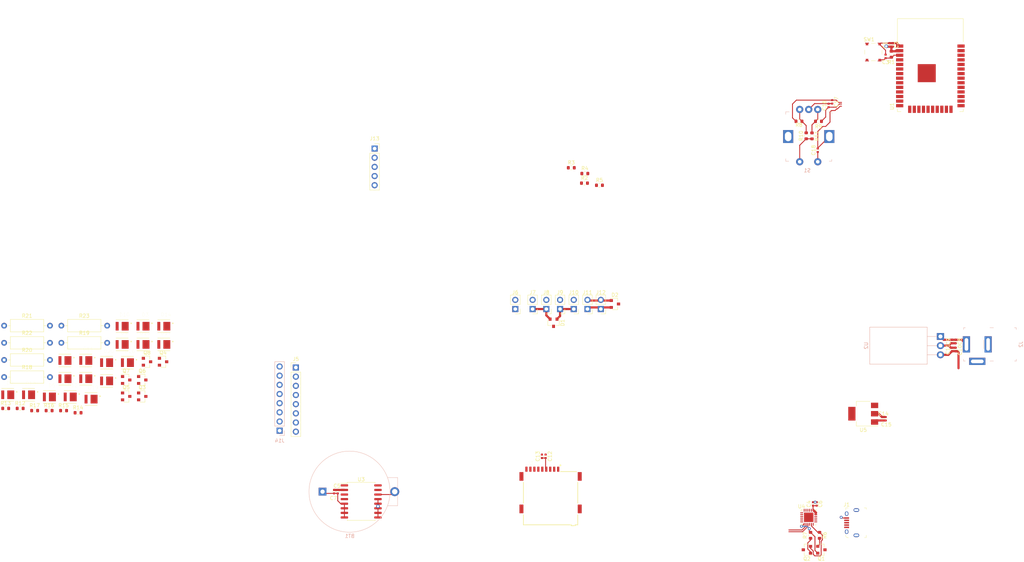
<source format=kicad_pcb>
(kicad_pcb (version 20171130) (host pcbnew "(5.1.8)-1")
  (layers (0 F.Cu signal) (1 In1.Cu power) (2 In2.Cu power) (31 B.Cu signal) (34 B.Paste user) (35 F.Paste user) (36 B.SilkS user) (37 F.SilkS user) (38 B.Mask user) (39 F.Mask user) (44 Edge.Cuts user))
  (net 0 "")
  (net 1 Earth)
  (net 2 +3V3)
  (net 3 /RESET)
  (net 4 LINE)
  (net 5 +12V)
  (net 6 /EncoderB)
  (net 7 /EncoderA)
  (net 8 /Button)
  (net 9 SDA)
  (net 10 SCL)
  (net 11 "Net-(J1-Pad3)")
  (net 12 "Net-(J1-Pad2)")
  (net 13 "Net-(J1-Pad1)")
  (net 14 TXD)
  (net 15 RXD)
  (net 16 /IO0)
  (net 17 /OnOff)
  (net 18 "Net-(Q1-Pad1)")
  (net 19 "Net-(Q1-Pad2)")
  (net 20 "Net-(Q2-Pad2)")
  (net 21 "Net-(Q2-Pad1)")
  (net 22 "Net-(D3-Pad1)")
  (net 23 "Net-(Q3-Pad1)")
  (net 24 "Net-(Q4-Pad1)")
  (net 25 "Net-(D6-Pad1)")
  (net 26 "Net-(D10-Pad1)")
  (net 27 "Net-(Q5-Pad1)")
  (net 28 "Net-(Q6-Pad1)")
  (net 29 "Net-(D12-Pad1)")
  (net 30 "Net-(Q7-Pad1)")
  (net 31 "Net-(D15-Pad1)")
  (net 32 "Net-(D18-Pad1)")
  (net 33 "Net-(Q8-Pad1)")
  (net 34 /RTC-32kHz)
  (net 35 /RTC-INTSQW)
  (net 36 "Net-(R10-Pad2)")
  (net 37 "Net-(R11-Pad2)")
  (net 38 "Net-(D3-Pad2)")
  (net 39 "Net-(D6-Pad2)")
  (net 40 "Net-(D10-Pad2)")
  (net 41 "Net-(D12-Pad2)")
  (net 42 "Net-(D15-Pad2)")
  (net 43 "Net-(D18-Pad2)")
  (net 44 /RTC-RST)
  (net 45 SCK)
  (net 46 MOSI)
  (net 47 MISO)
  (net 48 "Net-(BT1-Pad1)")
  (net 49 /!SD_SS)
  (net 50 /PWM6)
  (net 51 /PWM5)
  (net 52 /PWM4)
  (net 53 /PWM3)
  (net 54 /PWM2)
  (net 55 /PWM1)
  (net 56 /SD_Det)
  (module digikey-footprints:GCT_MEM2075-00-140-01-A (layer F.Cu) (at 123.5 151)
    (fp_text reference J3 (at -5.125 -13.135) (layer F.SilkS) (effects (font (thickness 0.015))))
    (fp_text value Micro_SD_Card_Det)
    (pad 1 smd rect (at 2.58 -11.42) (size 0.62 1.4) (layers F.Cu F.Paste F.Mask))
    (pad 2 smd rect (at 1.48 -11.42) (size 0.62 1.4) (layers F.Cu F.Paste F.Mask) (net 49 /!SD_SS))
    (pad 3 smd rect (at 0.38 -11.42) (size 0.62 1.4) (layers F.Cu F.Paste F.Mask) (net 46 MOSI))
    (pad 4 smd rect (at -0.72 -11.42) (size 0.62 1.4) (layers F.Cu F.Paste F.Mask) (net 2 +3V3))
    (pad 5 smd rect (at -1.82 -11.42) (size 0.62 1.4) (layers F.Cu F.Paste F.Mask) (net 45 SCK))
    (pad 6 smd rect (at -2.92 -11.42) (size 0.62 1.4) (layers F.Cu F.Paste F.Mask) (net 1 Earth))
    (pad 7 smd rect (at -4.02 -11.42) (size 0.62 1.4) (layers F.Cu F.Paste F.Mask) (net 47 MISO))
    (pad 8 smd rect (at -5.12 -11.42) (size 0.62 1.4) (layers F.Cu F.Paste F.Mask))
    (pad 9 smd rect (at -6.22 -11.42) (size 0.62 1.4) (layers F.Cu F.Paste F.Mask) (net 56 /SD_Det))
    (pad None np_thru_hole circle (at -3.4 0) (size 0.95 0.95) (drill 0.95) (layers *.Cu *.Mask))
    (pad None np_thru_hole circle (at 3.4 0) (size 0.95 0.95) (drill 0.95) (layers *.Cu *.Mask))
    (pad 11 smd rect (at -7.6 -0.42) (size 1.1 2.4) (layers F.Cu F.Paste F.Mask))
    (pad 11 smd rect (at -7.6 -9.42) (size 1.1 2.4) (layers F.Cu F.Paste F.Mask))
    (pad 11 smd rect (at 8.55 -9.42) (size 1.1 2.4) (layers F.Cu F.Paste F.Mask))
    (pad 11 smd rect (at 8.55 -0.42) (size 1.1 2.4) (layers F.Cu F.Paste F.Mask))
  )
  (module Resistor_SMD:R_0603_1608Metric (layer F.Cu) (at 196 157.9 270)
    (fp_text reference R7 (at 0 1.5 90) (layer F.SilkS))
    (fp_text value 10k)
    (pad 1 smd roundrect (at -0.825 0 270) (size 0.8 0.95) (layers F.Cu F.Paste F.Mask) (net 19 "Net-(Q1-Pad2)"))
    (pad 2 smd roundrect (at 0.825 0 270) (size 0.8 0.95) (layers F.Cu F.Paste F.Mask) (net 21 "Net-(Q2-Pad1)"))
  )
  (module digikey-footprints:Battery_Holder_Coin_2032_BS-7 (layer B.Cu) (at 60.8 145.8)
    (fp_text reference BT1 (at 7.52856 12.3063 180) (layer B.SilkS) (effects (justify mirror)))
    (fp_text value Battery_Cell)
    (pad 2 thru_hole rect (at 0 0) (size 2.17 2.17) (drill 1.17) (layers *.Cu *.Mask) (net 1 Earth))
    (pad 1 thru_hole circle (at 20 0) (size 2.5 2.5) (drill 1.5) (layers *.Cu *.Mask) (net 48 "Net-(BT1-Pad1)"))
  )
  (module Capacitor_SMD:C_0402_1005Metric (layer F.Cu) (at 217.8 22.014999 90)
    (fp_text reference C1 (at 0 -1.16 90) (layer F.SilkS))
    (fp_text value 1n)
    (pad 2 smd roundrect (at 0.48 0 90) (size 0.56 0.62) (layers F.Cu F.Paste F.Mask) (net 1 Earth))
    (pad 1 smd roundrect (at -0.48 0 90) (size 0.56 0.62) (layers F.Cu F.Paste F.Mask) (net 2 +3V3))
  )
  (module Capacitor_SMD:C_0402_1005Metric (layer F.Cu) (at 218.775001 22.014999 90)
    (fp_text reference C2 (at 0 1.024999 90) (layer F.SilkS))
    (fp_text value 100n)
    (pad 2 smd roundrect (at 0.48 0 90) (size 0.56 0.62) (layers F.Cu F.Paste F.Mask) (net 1 Earth))
    (pad 1 smd roundrect (at -0.48 0 90) (size 0.56 0.62) (layers F.Cu F.Paste F.Mask) (net 2 +3V3))
  )
  (module Capacitor_SMD:C_0402_1005Metric (layer F.Cu) (at 216.8 25.2 90)
    (fp_text reference C3 (at -1.6 0 180) (layer F.SilkS))
    (fp_text value 100n)
    (pad 2 smd roundrect (at 0.48 0 90) (size 0.56 0.62) (layers F.Cu F.Paste F.Mask) (net 1 Earth))
    (pad 1 smd roundrect (at -0.48 0 90) (size 0.56 0.62) (layers F.Cu F.Paste F.Mask) (net 3 /RESET))
  )
  (module Capacitor_SMD:C_0402_1005Metric (layer F.Cu) (at 196.7 149.2 90)
    (fp_text reference C4 (at 0 -1.16 90) (layer F.SilkS))
    (fp_text value 1n)
    (pad 2 smd roundrect (at 0.48 0 90) (size 0.56 0.62) (layers F.Cu F.Paste F.Mask) (net 1 Earth))
    (pad 1 smd roundrect (at -0.48 0 90) (size 0.56 0.62) (layers F.Cu F.Paste F.Mask) (net 2 +3V3))
  )
  (module Capacitor_SMD:C_0402_1005Metric (layer F.Cu) (at 65 145.8 270)
    (fp_text reference C5 (at -1.6 0.2 180) (layer F.SilkS))
    (fp_text value 1n)
    (pad 1 smd roundrect (at -0.48 0 270) (size 0.56 0.62) (layers F.Cu F.Paste F.Mask) (net 2 +3V3))
    (pad 2 smd roundrect (at 0.48 0 270) (size 0.56 0.62) (layers F.Cu F.Paste F.Mask) (net 1 Earth))
  )
  (module Capacitor_SMD:C_0402_1005Metric (layer F.Cu) (at 197.7 149.2 90)
    (fp_text reference C6 (at 0 1 90) (layer F.SilkS))
    (fp_text value 100n)
    (pad 1 smd roundrect (at -0.48 0 90) (size 0.56 0.62) (layers F.Cu F.Paste F.Mask) (net 2 +3V3))
    (pad 2 smd roundrect (at 0.48 0 90) (size 0.56 0.62) (layers F.Cu F.Paste F.Mask) (net 1 Earth))
  )
  (module Capacitor_SMD:C_0402_1005Metric (layer F.Cu) (at 64 145.8 270)
    (fp_text reference C7 (at 1.8 0.2 180) (layer F.SilkS))
    (fp_text value 100n)
    (pad 2 smd roundrect (at 0.48 0 270) (size 0.56 0.62) (layers F.Cu F.Paste F.Mask) (net 1 Earth))
    (pad 1 smd roundrect (at -0.48 0 270) (size 0.56 0.62) (layers F.Cu F.Paste F.Mask) (net 2 +3V3))
  )
  (module Capacitor_SMD:C_0402_1005Metric (layer F.Cu) (at 236.2 104.2 270)
    (fp_text reference C8 (at 0 -1.16 90) (layer F.SilkS))
    (fp_text value 4u7)
    (pad 2 smd roundrect (at 0.48 0 270) (size 0.56 0.62) (layers F.Cu F.Paste F.Mask) (net 1 Earth))
    (pad 1 smd roundrect (at -0.48 0 270) (size 0.56 0.62) (layers F.Cu F.Paste F.Mask) (net 4 LINE))
  )
  (module Capacitor_SMD:C_0402_1005Metric (layer F.Cu) (at 235.2 104.2 270)
    (fp_text reference C9 (at 0 1 90) (layer F.SilkS))
    (fp_text value 100n)
    (pad 2 smd roundrect (at 0.48 0 270) (size 0.56 0.62) (layers F.Cu F.Paste F.Mask) (net 1 Earth))
    (pad 1 smd roundrect (at -0.48 0 270) (size 0.56 0.62) (layers F.Cu F.Paste F.Mask) (net 4 LINE))
  )
  (module Capacitor_SMD:C_0402_1005Metric (layer F.Cu) (at 236.2 106.4 90)
    (fp_text reference C10 (at -0.2 1.2 90) (layer F.SilkS))
    (fp_text value 4u7)
    (pad 2 smd roundrect (at 0.48 0 90) (size 0.56 0.62) (layers F.Cu F.Paste F.Mask) (net 1 Earth))
    (pad 1 smd roundrect (at -0.48 0 90) (size 0.56 0.62) (layers F.Cu F.Paste F.Mask) (net 5 +12V))
  )
  (module Capacitor_SMD:C_0402_1005Metric (layer F.Cu) (at 235.2 106.4 90)
    (fp_text reference C11 (at 0 -1.16 90) (layer F.SilkS))
    (fp_text value 100n)
    (pad 1 smd roundrect (at -0.48 0 90) (size 0.56 0.62) (layers F.Cu F.Paste F.Mask) (net 5 +12V))
    (pad 2 smd roundrect (at 0.48 0 90) (size 0.56 0.62) (layers F.Cu F.Paste F.Mask) (net 1 Earth))
  )
  (module Capacitor_SMD:C_0402_1005Metric (layer F.Cu) (at 122.6 136 90)
    (fp_text reference C12 (at 0 1.2 90) (layer F.SilkS))
    (fp_text value 1n)
    (pad 1 smd roundrect (at -0.48 0 90) (size 0.56 0.62) (layers F.Cu F.Paste F.Mask) (net 2 +3V3))
    (pad 2 smd roundrect (at 0.48 0 90) (size 0.56 0.62) (layers F.Cu F.Paste F.Mask) (net 1 Earth))
  )
  (module Capacitor_SMD:C_0402_1005Metric (layer F.Cu) (at 121.585001 136 90)
    (fp_text reference C13 (at 0 -1.16 90) (layer F.SilkS))
    (fp_text value 100n)
    (pad 2 smd roundrect (at 0.48 0 90) (size 0.56 0.62) (layers F.Cu F.Paste F.Mask) (net 1 Earth))
    (pad 1 smd roundrect (at -0.48 0 90) (size 0.56 0.62) (layers F.Cu F.Paste F.Mask) (net 2 +3V3))
  )
  (module Capacitor_SMD:C_0402_1005Metric (layer F.Cu) (at 215.8 125.6 270)
    (fp_text reference C14 (at -1.4 -0.4 180) (layer F.SilkS))
    (fp_text value 4u7)
    (pad 1 smd roundrect (at -0.48 0 270) (size 0.56 0.62) (layers F.Cu F.Paste F.Mask) (net 2 +3V3))
    (pad 2 smd roundrect (at 0.48 0 270) (size 0.56 0.62) (layers F.Cu F.Paste F.Mask) (net 1 Earth))
  )
  (module Capacitor_SMD:C_0402_1005Metric (layer F.Cu) (at 216.8 125.6 270)
    (fp_text reference C15 (at 1.6 -0.2 180) (layer F.SilkS))
    (fp_text value 100n)
    (pad 2 smd roundrect (at 0.48 0 270) (size 0.56 0.62) (layers F.Cu F.Paste F.Mask) (net 1 Earth))
    (pad 1 smd roundrect (at -0.48 0 270) (size 0.56 0.62) (layers F.Cu F.Paste F.Mask) (net 2 +3V3))
  )
  (module Capacitor_SMD:C_0402_1005Metric (layer F.Cu) (at 201 38.8 90)
    (fp_text reference C16 (at 0 -1.16 90) (layer F.SilkS))
    (fp_text value 10n)
    (pad 2 smd roundrect (at 0.48 0 90) (size 0.56 0.62) (layers F.Cu F.Paste F.Mask) (net 1 Earth))
    (pad 1 smd roundrect (at -0.48 0 90) (size 0.56 0.62) (layers F.Cu F.Paste F.Mask) (net 6 /EncoderB))
  )
  (module Capacitor_SMD:C_0402_1005Metric (layer F.Cu) (at 202 37.8 270)
    (fp_text reference C17 (at 0 -1.16 90) (layer F.SilkS))
    (fp_text value 10n)
    (pad 1 smd roundrect (at -0.48 0 270) (size 0.56 0.62) (layers F.Cu F.Paste F.Mask) (net 7 /EncoderA))
    (pad 2 smd roundrect (at 0.48 0 270) (size 0.56 0.62) (layers F.Cu F.Paste F.Mask) (net 1 Earth))
  )
  (module Capacitor_SMD:C_0402_1005Metric (layer F.Cu) (at 198 51.2 90)
    (fp_text reference C18 (at 0 -1.16 90) (layer F.SilkS))
    (fp_text value 10n)
    (pad 2 smd roundrect (at 0.48 0 90) (size 0.56 0.62) (layers F.Cu F.Paste F.Mask) (net 1 Earth))
    (pad 1 smd roundrect (at -0.48 0 90) (size 0.56 0.62) (layers F.Cu F.Paste F.Mask) (net 8 /Button))
  )
  (module Package_TO_SOT_SMD:SOT-23 (layer F.Cu) (at 124.8 99 270)
    (fp_text reference D1 (at 0 -2.5 90) (layer F.SilkS))
    (fp_text value PSM712-LF-T7)
    (pad 3 smd rect (at 1 0 270) (size 0.9 0.8) (layers F.Cu F.Paste F.Mask) (net 1 Earth))
    (pad 2 smd rect (at -1 0.95 270) (size 0.9 0.8) (layers F.Cu F.Paste F.Mask) (net 2 +3V3))
    (pad 1 smd rect (at -1 -0.95 270) (size 0.9 0.8) (layers F.Cu F.Paste F.Mask) (net 5 +12V))
  )
  (module Package_TO_SOT_SMD:SOT-23 (layer F.Cu) (at 141.8 93.8)
    (fp_text reference D2 (at 0 -2.5) (layer F.SilkS))
    (fp_text value PSM712-LF-T7)
    (pad 1 smd rect (at -1 -0.95) (size 0.9 0.8) (layers F.Cu F.Paste F.Mask) (net 9 SDA))
    (pad 2 smd rect (at -1 0.95) (size 0.9 0.8) (layers F.Cu F.Paste F.Mask) (net 10 SCL))
    (pad 3 smd rect (at 1 0) (size 0.9 0.8) (layers F.Cu F.Paste F.Mask) (net 1 Earth))
  )
  (module digikey-footprints:LED_L135-A589003500000 (layer F.Cu) (at 11.045001 99.955001)
    (fp_text reference D3 (at 0.635 -3.175) (layer F.SilkS) (effects (font (thickness 0.015))))
    (fp_text value LED)
    (pad 1 smd rect (at 0.835 0) (size 1.93 2.4) (layers F.Cu F.Paste) (net 22 "Net-(D3-Pad1)"))
    (pad 2 smd rect (at -1.39 0) (size 0.82 2.4) (layers F.Cu F.Paste) (net 38 "Net-(D3-Pad2)"))
  )
  (module digikey-footprints:LED_L135-A589003500000 (layer F.Cu) (at 5.275001 105.005001)
    (fp_text reference D4 (at 0.635 -3.175) (layer F.SilkS) (effects (font (thickness 0.015))))
    (fp_text value LED)
    (pad 2 smd rect (at -1.39 0) (size 0.82 2.4) (layers F.Cu F.Paste) (net 38 "Net-(D3-Pad2)"))
    (pad 1 smd rect (at 0.835 0) (size 1.93 2.4) (layers F.Cu F.Paste) (net 22 "Net-(D3-Pad1)"))
  )
  (module digikey-footprints:LED_L135-A589003500000 (layer F.Cu) (at -14.884999 119.555001)
    (fp_text reference D5 (at 0.635 -3.175) (layer F.SilkS) (effects (font (thickness 0.015))))
    (fp_text value LED)
    (pad 1 smd rect (at 0.835 0) (size 1.93 2.4) (layers F.Cu F.Paste) (net 22 "Net-(D3-Pad1)"))
    (pad 2 smd rect (at -1.39 0) (size 0.82 2.4) (layers F.Cu F.Paste) (net 38 "Net-(D3-Pad2)"))
  )
  (module digikey-footprints:LED_L135-A589003500000 (layer F.Cu) (at -4.804999 114.505001)
    (fp_text reference D6 (at 0.635 -3.175) (layer F.SilkS) (effects (font (thickness 0.015))))
    (fp_text value LED)
    (pad 2 smd rect (at -1.39 0) (size 0.82 2.4) (layers F.Cu F.Paste) (net 39 "Net-(D6-Pad2)"))
    (pad 1 smd rect (at 0.835 0) (size 1.93 2.4) (layers F.Cu F.Paste) (net 25 "Net-(D6-Pad1)"))
  )
  (module digikey-footprints:LED_L135-A589003500000 (layer F.Cu) (at -10.574999 114.505001)
    (fp_text reference D7 (at 0.635 -3.175) (layer F.SilkS) (effects (font (thickness 0.015))))
    (fp_text value LED)
    (pad 1 smd rect (at 0.835 0) (size 1.93 2.4) (layers F.Cu F.Paste) (net 25 "Net-(D6-Pad1)"))
    (pad 2 smd rect (at -1.39 0) (size 0.82 2.4) (layers F.Cu F.Paste) (net 39 "Net-(D6-Pad2)"))
  )
  (module digikey-footprints:LED_L135-A589003500000 (layer F.Cu) (at -10.574999 109.455001)
    (fp_text reference D8 (at 0.635 -3.175) (layer F.SilkS) (effects (font (thickness 0.015))))
    (fp_text value LED)
    (pad 2 smd rect (at -1.39 0) (size 0.82 2.4) (layers F.Cu F.Paste) (net 39 "Net-(D6-Pad2)"))
    (pad 1 smd rect (at 0.835 0) (size 1.93 2.4) (layers F.Cu F.Paste) (net 25 "Net-(D6-Pad1)"))
  )
  (module digikey-footprints:LED_L135-A589003500000 (layer F.Cu) (at -26.424999 118.955001)
    (fp_text reference D9 (at 0.635 -3.175) (layer F.SilkS) (effects (font (thickness 0.015))))
    (fp_text value LED)
    (pad 1 smd rect (at 0.835 0) (size 1.93 2.4) (layers F.Cu F.Paste) (net 26 "Net-(D10-Pad1)"))
    (pad 2 smd rect (at -1.39 0) (size 0.82 2.4) (layers F.Cu F.Paste) (net 40 "Net-(D10-Pad2)"))
  )
  (module digikey-footprints:LED_L135-A589003500000 (layer F.Cu) (at 5.275001 99.955001)
    (fp_text reference D10 (at 0.635 -3.175) (layer F.SilkS) (effects (font (thickness 0.015))))
    (fp_text value LED)
    (pad 2 smd rect (at -1.39 0) (size 0.82 2.4) (layers F.Cu F.Paste) (net 40 "Net-(D10-Pad2)"))
    (pad 1 smd rect (at 0.835 0) (size 1.93 2.4) (layers F.Cu F.Paste) (net 26 "Net-(D10-Pad1)"))
  )
  (module digikey-footprints:LED_L135-A589003500000 (layer F.Cu) (at -4.804999 109.455001)
    (fp_text reference D11 (at 0.635 -3.175) (layer F.SilkS) (effects (font (thickness 0.015))))
    (fp_text value LED)
    (pad 1 smd rect (at 0.835 0) (size 1.93 2.4) (layers F.Cu F.Paste) (net 26 "Net-(D10-Pad1)"))
    (pad 2 smd rect (at -1.39 0) (size 0.82 2.4) (layers F.Cu F.Paste) (net 40 "Net-(D10-Pad2)"))
  )
  (module digikey-footprints:LED_L135-A589003500000 (layer F.Cu) (at -9.114999 119.555001)
    (fp_text reference D12 (at 0.635 -3.175) (layer F.SilkS) (effects (font (thickness 0.015))))
    (fp_text value LED)
    (pad 2 smd rect (at -1.39 0) (size 0.82 2.4) (layers F.Cu F.Paste) (net 41 "Net-(D12-Pad2)"))
    (pad 1 smd rect (at 0.835 0) (size 1.93 2.4) (layers F.Cu F.Paste) (net 29 "Net-(D12-Pad1)"))
  )
  (module digikey-footprints:LED_L135-A589003500000 (layer F.Cu) (at 11.045001 105.005001)
    (fp_text reference D13 (at 0.635 -3.175) (layer F.SilkS) (effects (font (thickness 0.015))))
    (fp_text value LED)
    (pad 1 smd rect (at 0.835 0) (size 1.93 2.4) (layers F.Cu F.Paste) (net 29 "Net-(D12-Pad1)"))
    (pad 2 smd rect (at -1.39 0) (size 0.82 2.4) (layers F.Cu F.Paste) (net 41 "Net-(D12-Pad2)"))
  )
  (module digikey-footprints:LED_L135-A589003500000 (layer F.Cu) (at 16.815001 99.955001)
    (fp_text reference D14 (at 0.635 -3.175) (layer F.SilkS) (effects (font (thickness 0.015))))
    (fp_text value LED)
    (pad 2 smd rect (at -1.39 0) (size 0.82 2.4) (layers F.Cu F.Paste) (net 41 "Net-(D12-Pad2)"))
    (pad 1 smd rect (at 0.835 0) (size 1.93 2.4) (layers F.Cu F.Paste) (net 29 "Net-(D12-Pad1)"))
  )
  (module digikey-footprints:LED_L135-A589003500000 (layer F.Cu) (at 0.965001 115.105001)
    (fp_text reference D15 (at 0.635 -3.175) (layer F.SilkS) (effects (font (thickness 0.015))))
    (fp_text value LED)
    (pad 2 smd rect (at -1.39 0) (size 0.82 2.4) (layers F.Cu F.Paste) (net 42 "Net-(D15-Pad2)"))
    (pad 1 smd rect (at 0.835 0) (size 1.93 2.4) (layers F.Cu F.Paste) (net 31 "Net-(D15-Pad1)"))
  )
  (module digikey-footprints:LED_L135-A589003500000 (layer F.Cu) (at 6.735001 110.055001)
    (fp_text reference D16 (at 0.635 -3.175) (layer F.SilkS) (effects (font (thickness 0.015))))
    (fp_text value LED)
    (pad 1 smd rect (at 0.835 0) (size 1.93 2.4) (layers F.Cu F.Paste) (net 31 "Net-(D15-Pad1)"))
    (pad 2 smd rect (at -1.39 0) (size 0.82 2.4) (layers F.Cu F.Paste) (net 42 "Net-(D15-Pad2)"))
  )
  (module digikey-footprints:LED_L135-A589003500000 (layer F.Cu) (at 16.815001 105.005001)
    (fp_text reference D17 (at 0.635 -3.175) (layer F.SilkS) (effects (font (thickness 0.015))))
    (fp_text value LED)
    (pad 2 smd rect (at -1.39 0) (size 0.82 2.4) (layers F.Cu F.Paste) (net 42 "Net-(D15-Pad2)"))
    (pad 1 smd rect (at 0.835 0) (size 1.93 2.4) (layers F.Cu F.Paste) (net 31 "Net-(D15-Pad1)"))
  )
  (module digikey-footprints:LED_L135-A589003500000 (layer F.Cu) (at -20.654999 118.955001)
    (fp_text reference D18 (at 0.635 -3.175) (layer F.SilkS) (effects (font (thickness 0.015))))
    (fp_text value LED)
    (pad 1 smd rect (at 0.835 0) (size 1.93 2.4) (layers F.Cu F.Paste) (net 32 "Net-(D18-Pad1)"))
    (pad 2 smd rect (at -1.39 0) (size 0.82 2.4) (layers F.Cu F.Paste) (net 43 "Net-(D18-Pad2)"))
  )
  (module digikey-footprints:LED_L135-A589003500000 (layer F.Cu) (at -3.344999 120.155001)
    (fp_text reference D19 (at 0.635 -3.175) (layer F.SilkS) (effects (font (thickness 0.015))))
    (fp_text value LED)
    (pad 2 smd rect (at -1.39 0) (size 0.82 2.4) (layers F.Cu F.Paste) (net 43 "Net-(D18-Pad2)"))
    (pad 1 smd rect (at 0.835 0) (size 1.93 2.4) (layers F.Cu F.Paste) (net 32 "Net-(D18-Pad1)"))
  )
  (module digikey-footprints:LED_L135-A589003500000 (layer F.Cu) (at 0.965001 110.055001)
    (fp_text reference D20 (at 0.635 -3.175) (layer F.SilkS) (effects (font (thickness 0.015))))
    (fp_text value LED)
    (pad 1 smd rect (at 0.835 0) (size 1.93 2.4) (layers F.Cu F.Paste) (net 32 "Net-(D18-Pad1)"))
    (pad 2 smd rect (at -1.39 0) (size 0.82 2.4) (layers F.Cu F.Paste) (net 43 "Net-(D18-Pad2)"))
  )
  (module digikey-footprints:USB_Micro_B_Female_10118194-0001LF (layer F.Cu) (at 206 154.4 90)
    (fp_text reference J1 (at 5 0 180) (layer F.SilkS))
    (fp_text value USB_B_Micro)
    (pad 3 smd rect (at 0 0 90) (size 0.4 1.35) (layers F.Cu F.Paste F.Mask) (net 11 "Net-(J1-Pad3)"))
    (pad 4 smd rect (at 0.65 0 90) (size 0.4 1.35) (layers F.Cu F.Paste F.Mask))
    (pad 5 smd rect (at 1.3 0 90) (size 0.4 1.35) (layers F.Cu F.Paste F.Mask) (net 1 Earth))
    (pad 2 smd rect (at -0.65 0 90) (size 0.4 1.35) (layers F.Cu F.Paste F.Mask) (net 12 "Net-(J1-Pad2)"))
    (pad 1 smd rect (at -1.3 0 90) (size 0.4 1.35) (layers F.Cu F.Paste F.Mask) (net 13 "Net-(J1-Pad1)"))
    (pad SH thru_hole oval (at 2.5 0 90) (size 1.25 0.95) (drill oval 0.85 0.55) (layers *.Cu *.Mask))
    (pad SH thru_hole oval (at -2.5 0 90) (size 1.25 0.95) (drill oval 0.85 0.55) (layers *.Cu *.Mask))
    (pad SH thru_hole oval (at -3.5 2.7 90) (size 1 1.55) (drill oval 0.5 1.15) (layers *.Cu *.Mask))
    (pad SH thru_hole oval (at 3.5 2.7 90) (size 1 1.55) (drill oval 0.5 1.15) (layers *.Cu *.Mask))
  )
  (module digikey-footprints:Barrel_Jack_5.5mmODx2.1mmID_PJ-202A (layer B.Cu) (at 242.2 105 90)
    (fp_text reference J2 (at 0 12.1 -90) (layer B.SilkS) (effects (justify mirror)))
    (fp_text value PJ-202-AH)
    (pad 3 thru_hole rect (at -4.7 0 90) (size 2 4.5) (drill oval 1 3.5) (layers *.Cu *.Mask))
    (pad 1 thru_hole rect (at 0 -3 90) (size 4.5 2) (drill oval 3.5 1) (layers *.Cu *.Mask) (net 4 LINE))
    (pad 2 thru_hole rect (at 0 3 90) (size 4.5 2) (drill oval 3.5 1) (layers *.Cu *.Mask) (net 1 Earth))
  )
  (module Connector_PinHeader_2.54mm:PinHeader_1x08_P2.54mm_Vertical (layer F.Cu) (at 53.4 111.4)
    (fp_text reference J5 (at 0 -2.33) (layer F.SilkS))
    (fp_text value Conn_01x08_Male)
    (pad 1 thru_hole rect (at 0 0) (size 1.7 1.7) (drill 1) (layers *.Cu *.Mask) (net 5 +12V))
    (pad 2 thru_hole oval (at 0 2.54) (size 1.7 1.7) (drill 1) (layers *.Cu *.Mask) (net 50 /PWM6))
    (pad 3 thru_hole oval (at 0 5.08) (size 1.7 1.7) (drill 1) (layers *.Cu *.Mask) (net 51 /PWM5))
    (pad 4 thru_hole oval (at 0 7.62) (size 1.7 1.7) (drill 1) (layers *.Cu *.Mask) (net 52 /PWM4))
    (pad 5 thru_hole oval (at 0 10.16) (size 1.7 1.7) (drill 1) (layers *.Cu *.Mask) (net 53 /PWM3))
    (pad 6 thru_hole oval (at 0 12.7) (size 1.7 1.7) (drill 1) (layers *.Cu *.Mask) (net 54 /PWM2))
    (pad 7 thru_hole oval (at 0 15.24) (size 1.7 1.7) (drill 1) (layers *.Cu *.Mask) (net 55 /PWM1))
    (pad 8 thru_hole oval (at 0 17.78) (size 1.7 1.7) (drill 1) (layers *.Cu *.Mask) (net 1 Earth))
  )
  (module Connector_PinHeader_2.54mm:PinHeader_1x02_P2.54mm_Vertical (layer F.Cu) (at 114.2 95.2 180)
    (fp_text reference J6 (at 0 4.6) (layer F.SilkS))
    (fp_text value Conn_01x02)
    (pad 1 thru_hole rect (at 0 0 180) (size 1.7 1.7) (drill 1) (layers *.Cu *.Mask) (net 17 /OnOff))
    (pad 2 thru_hole oval (at 0 2.54 180) (size 1.7 1.7) (drill 1) (layers *.Cu *.Mask) (net 1 Earth))
  )
  (module Connector_PinHeader_2.54mm:PinHeader_1x02_P2.54mm_Vertical (layer F.Cu) (at 119 95.2 180)
    (fp_text reference J7 (at 0 4.6) (layer F.SilkS))
    (fp_text value Conn_01x02)
    (pad 1 thru_hole rect (at 0 0 180) (size 1.7 1.7) (drill 1) (layers *.Cu *.Mask) (net 2 +3V3))
    (pad 2 thru_hole oval (at 0 2.54 180) (size 1.7 1.7) (drill 1) (layers *.Cu *.Mask) (net 1 Earth))
  )
  (module Connector_PinHeader_2.54mm:PinHeader_1x02_P2.54mm_Vertical (layer F.Cu) (at 122.8 95.2 180)
    (fp_text reference J8 (at 0 4.6) (layer F.SilkS))
    (fp_text value Conn_01x02)
    (pad 2 thru_hole oval (at 0 2.54 180) (size 1.7 1.7) (drill 1) (layers *.Cu *.Mask) (net 1 Earth))
    (pad 1 thru_hole rect (at 0 0 180) (size 1.7 1.7) (drill 1) (layers *.Cu *.Mask) (net 2 +3V3))
  )
  (module Connector_PinHeader_2.54mm:PinHeader_1x02_P2.54mm_Vertical (layer F.Cu) (at 126.6 95.2 180)
    (fp_text reference J9 (at 0 4.6) (layer F.SilkS))
    (fp_text value Conn_01x02)
    (pad 1 thru_hole rect (at 0 0 180) (size 1.7 1.7) (drill 1) (layers *.Cu *.Mask) (net 5 +12V))
    (pad 2 thru_hole oval (at 0 2.54 180) (size 1.7 1.7) (drill 1) (layers *.Cu *.Mask) (net 1 Earth))
  )
  (module Connector_PinHeader_2.54mm:PinHeader_1x02_P2.54mm_Vertical (layer F.Cu) (at 130.4 95.2 180)
    (fp_text reference J10 (at 0 4.6) (layer F.SilkS))
    (fp_text value Conn_01x02)
    (pad 1 thru_hole rect (at 0 0 180) (size 1.7 1.7) (drill 1) (layers *.Cu *.Mask) (net 5 +12V))
    (pad 2 thru_hole oval (at 0 2.54 180) (size 1.7 1.7) (drill 1) (layers *.Cu *.Mask) (net 1 Earth))
  )
  (module Connector_PinHeader_2.54mm:PinHeader_1x02_P2.54mm_Vertical (layer F.Cu) (at 134.2 95.2 180)
    (fp_text reference J11 (at 0 4.6) (layer F.SilkS))
    (fp_text value Conn_01x02)
    (pad 2 thru_hole oval (at 0 2.54 180) (size 1.7 1.7) (drill 1) (layers *.Cu *.Mask) (net 9 SDA))
    (pad 1 thru_hole rect (at 0 0 180) (size 1.7 1.7) (drill 1) (layers *.Cu *.Mask) (net 10 SCL))
  )
  (module Connector_PinHeader_2.54mm:PinHeader_1x02_P2.54mm_Vertical (layer F.Cu) (at 137.9 95.2 180)
    (fp_text reference J12 (at 0 4.6) (layer F.SilkS))
    (fp_text value Conn_01x02)
    (pad 2 thru_hole oval (at 0 2.54 180) (size 1.7 1.7) (drill 1) (layers *.Cu *.Mask) (net 9 SDA))
    (pad 1 thru_hole rect (at 0 0 180) (size 1.7 1.7) (drill 1) (layers *.Cu *.Mask) (net 10 SCL))
  )
  (module Connector_PinSocket_2.54mm:PinSocket_1x05_P2.54mm_Vertical (layer F.Cu) (at 75.225001 50.735001)
    (fp_text reference J13 (at 0 -2.77) (layer F.SilkS))
    (fp_text value Screen)
    (pad 5 thru_hole oval (at 0 10.16) (size 1.7 1.7) (drill 1) (layers *.Cu *.Mask) (net 10 SCL))
    (pad 4 thru_hole oval (at 0 7.62) (size 1.7 1.7) (drill 1) (layers *.Cu *.Mask) (net 9 SDA))
    (pad 3 thru_hole oval (at 0 5.08) (size 1.7 1.7) (drill 1) (layers *.Cu *.Mask) (net 1 Earth))
    (pad 2 thru_hole oval (at 0 2.54) (size 1.7 1.7) (drill 1) (layers *.Cu *.Mask) (net 2 +3V3))
    (pad 1 thru_hole rect (at 0 0) (size 1.7 1.7) (drill 1) (layers *.Cu *.Mask) (net 2 +3V3))
  )
  (module Connector_PinSocket_2.54mm:PinSocket_1x08_P2.54mm_Vertical (layer B.Cu) (at 48.9 128.9)
    (fp_text reference J14 (at 0 2.77) (layer B.SilkS) (effects (justify mirror)))
    (fp_text value Conn_01x08_Male)
    (pad 1 thru_hole rect (at 0 0) (size 1.7 1.7) (drill 1) (layers *.Cu *.Mask) (net 1 Earth))
    (pad 2 thru_hole oval (at 0 -2.54) (size 1.7 1.7) (drill 1) (layers *.Cu *.Mask) (net 55 /PWM1))
    (pad 3 thru_hole oval (at 0 -5.08) (size 1.7 1.7) (drill 1) (layers *.Cu *.Mask) (net 54 /PWM2))
    (pad 4 thru_hole oval (at 0 -7.62) (size 1.7 1.7) (drill 1) (layers *.Cu *.Mask) (net 53 /PWM3))
    (pad 5 thru_hole oval (at 0 -10.16) (size 1.7 1.7) (drill 1) (layers *.Cu *.Mask) (net 52 /PWM4))
    (pad 6 thru_hole oval (at 0 -12.7) (size 1.7 1.7) (drill 1) (layers *.Cu *.Mask) (net 51 /PWM5))
    (pad 7 thru_hole oval (at 0 -15.24) (size 1.7 1.7) (drill 1) (layers *.Cu *.Mask) (net 50 /PWM6))
    (pad 8 thru_hole oval (at 0 -17.78) (size 1.7 1.7) (drill 1) (layers *.Cu *.Mask) (net 5 +12V))
  )
  (module Package_TO_SOT_SMD:SOT-23 (layer F.Cu) (at 199 161.9)
    (fp_text reference Q1 (at 0 2.5) (layer F.SilkS))
    (fp_text value MMBT3904)
    (pad 1 smd rect (at -1 -0.95) (size 0.9 0.8) (layers F.Cu F.Paste F.Mask) (net 18 "Net-(Q1-Pad1)"))
    (pad 2 smd rect (at -1 0.95) (size 0.9 0.8) (layers F.Cu F.Paste F.Mask) (net 19 "Net-(Q1-Pad2)"))
    (pad 3 smd rect (at 1 0) (size 0.9 0.8) (layers F.Cu F.Paste F.Mask) (net 3 /RESET))
  )
  (module Package_TO_SOT_SMD:SOT-23 (layer F.Cu) (at 195 161.9 180)
    (fp_text reference Q2 (at 0 -2.5) (layer F.SilkS))
    (fp_text value MMBT3904)
    (pad 3 smd rect (at 1 0 180) (size 0.9 0.8) (layers F.Cu F.Paste F.Mask) (net 16 /IO0))
    (pad 2 smd rect (at -1 0.95 180) (size 0.9 0.8) (layers F.Cu F.Paste F.Mask) (net 20 "Net-(Q2-Pad2)"))
    (pad 1 smd rect (at -1 -0.95 180) (size 0.9 0.8) (layers F.Cu F.Paste F.Mask) (net 21 "Net-(Q2-Pad1)"))
  )
  (module Package_TO_SOT_SMD:SOT-23 (layer F.Cu) (at 10.835001 119.405001)
    (fp_text reference Q3 (at 0 -2.5) (layer F.SilkS))
    (fp_text value Q_PNP_BCE)
    (pad 3 smd rect (at 1 0) (size 0.9 0.8) (layers F.Cu F.Paste F.Mask) (net 22 "Net-(D3-Pad1)"))
    (pad 2 smd rect (at -1 0.95) (size 0.9 0.8) (layers F.Cu F.Paste F.Mask) (net 1 Earth))
    (pad 1 smd rect (at -1 -0.95) (size 0.9 0.8) (layers F.Cu F.Paste F.Mask) (net 23 "Net-(Q3-Pad1)"))
  )
  (module Package_TO_SOT_SMD:SOT-23 (layer F.Cu) (at 16.605001 109.805001)
    (fp_text reference Q4 (at 0 -2.5) (layer F.SilkS))
    (fp_text value Q_PNP_BCE)
    (pad 3 smd rect (at 1 0) (size 0.9 0.8) (layers F.Cu F.Paste F.Mask) (net 25 "Net-(D6-Pad1)"))
    (pad 2 smd rect (at -1 0.95) (size 0.9 0.8) (layers F.Cu F.Paste F.Mask) (net 1 Earth))
    (pad 1 smd rect (at -1 -0.95) (size 0.9 0.8) (layers F.Cu F.Paste F.Mask) (net 24 "Net-(Q4-Pad1)"))
  )
  (module Package_TO_SOT_SMD:SOT-23 (layer F.Cu) (at 6.385001 119.405001)
    (fp_text reference Q5 (at 0 -2.5) (layer F.SilkS))
    (fp_text value Q_PNP_BCE)
    (pad 3 smd rect (at 1 0) (size 0.9 0.8) (layers F.Cu F.Paste F.Mask) (net 26 "Net-(D10-Pad1)"))
    (pad 2 smd rect (at -1 0.95) (size 0.9 0.8) (layers F.Cu F.Paste F.Mask) (net 1 Earth))
    (pad 1 smd rect (at -1 -0.95) (size 0.9 0.8) (layers F.Cu F.Paste F.Mask) (net 27 "Net-(Q5-Pad1)"))
  )
  (module Package_TO_SOT_SMD:SOT-23 (layer F.Cu) (at 10.835001 114.855001)
    (fp_text reference Q6 (at 0 -2.5) (layer F.SilkS))
    (fp_text value Q_PNP_BCE)
    (pad 1 smd rect (at -1 -0.95) (size 0.9 0.8) (layers F.Cu F.Paste F.Mask) (net 28 "Net-(Q6-Pad1)"))
    (pad 2 smd rect (at -1 0.95) (size 0.9 0.8) (layers F.Cu F.Paste F.Mask) (net 1 Earth))
    (pad 3 smd rect (at 1 0) (size 0.9 0.8) (layers F.Cu F.Paste F.Mask) (net 29 "Net-(D12-Pad1)"))
  )
  (module Package_TO_SOT_SMD:SOT-23 (layer F.Cu) (at 6.385001 114.855001)
    (fp_text reference Q7 (at 0 -2.5) (layer F.SilkS))
    (fp_text value Q_PNP_BCE)
    (pad 1 smd rect (at -1 -0.95) (size 0.9 0.8) (layers F.Cu F.Paste F.Mask) (net 30 "Net-(Q7-Pad1)"))
    (pad 2 smd rect (at -1 0.95) (size 0.9 0.8) (layers F.Cu F.Paste F.Mask) (net 1 Earth))
    (pad 3 smd rect (at 1 0) (size 0.9 0.8) (layers F.Cu F.Paste F.Mask) (net 31 "Net-(D15-Pad1)"))
  )
  (module Package_TO_SOT_SMD:SOT-23 (layer F.Cu) (at 12.155001 109.805001)
    (fp_text reference Q8 (at 0 -2.5) (layer F.SilkS))
    (fp_text value Q_PNP_BCE)
    (pad 1 smd rect (at -1 -0.95) (size 0.9 0.8) (layers F.Cu F.Paste F.Mask) (net 33 "Net-(Q8-Pad1)"))
    (pad 2 smd rect (at -1 0.95) (size 0.9 0.8) (layers F.Cu F.Paste F.Mask) (net 1 Earth))
    (pad 3 smd rect (at 1 0) (size 0.9 0.8) (layers F.Cu F.Paste F.Mask) (net 32 "Net-(D18-Pad1)"))
  )
  (module Resistor_SMD:R_0603_1608Metric (layer F.Cu) (at 218.4 24.6 90)
    (fp_text reference R1 (at -2.2 0 180) (layer F.SilkS))
    (fp_text value 10k)
    (pad 1 smd roundrect (at -0.825 0 90) (size 0.8 0.95) (layers F.Cu F.Paste F.Mask) (net 3 /RESET))
    (pad 2 smd roundrect (at 0.825 0 90) (size 0.8 0.95) (layers F.Cu F.Paste F.Mask) (net 2 +3V3))
  )
  (module Resistor_SMD:R_0603_1608Metric (layer F.Cu) (at 133.365001 60.315001)
    (fp_text reference R2 (at 0 -1.43) (layer F.SilkS))
    (fp_text value 10k)
    (pad 1 smd roundrect (at -0.825 0) (size 0.8 0.95) (layers F.Cu F.Paste F.Mask) (net 35 /RTC-INTSQW))
    (pad 2 smd roundrect (at 0.825 0) (size 0.8 0.95) (layers F.Cu F.Paste F.Mask) (net 2 +3V3))
  )
  (module Resistor_SMD:R_0603_1608Metric (layer F.Cu) (at 129.715001 56.055001)
    (fp_text reference R3 (at 0 -1.43) (layer F.SilkS))
    (fp_text value 10k)
    (pad 2 smd roundrect (at 0.825 0) (size 0.8 0.95) (layers F.Cu F.Paste F.Mask) (net 2 +3V3))
    (pad 1 smd roundrect (at -0.825 0) (size 0.8 0.95) (layers F.Cu F.Paste F.Mask) (net 34 /RTC-32kHz))
  )
  (module Resistor_SMD:R_0603_1608Metric (layer F.Cu) (at 133.465001 57.655001)
    (fp_text reference R4 (at 0 -1.43) (layer F.SilkS))
    (fp_text value 10k)
    (pad 2 smd roundrect (at 0.825 0) (size 0.8 0.95) (layers F.Cu F.Paste F.Mask) (net 2 +3V3))
    (pad 1 smd roundrect (at -0.825 0) (size 0.8 0.95) (layers F.Cu F.Paste F.Mask) (net 9 SDA))
  )
  (module Resistor_SMD:R_0603_1608Metric (layer F.Cu) (at 137.515001 60.915001)
    (fp_text reference R5 (at 0 -1.43) (layer F.SilkS))
    (fp_text value 10k)
    (pad 2 smd roundrect (at 0.825 0) (size 0.8 0.95) (layers F.Cu F.Paste F.Mask) (net 2 +3V3))
    (pad 1 smd roundrect (at -0.825 0) (size 0.8 0.95) (layers F.Cu F.Paste F.Mask) (net 10 SCL))
  )
  (module Resistor_SMD:R_0603_1608Metric (layer F.Cu) (at 198.5 157.9 270)
    (fp_text reference R6 (at 0 -1.43 90) (layer F.SilkS))
    (fp_text value 10k)
    (pad 2 smd roundrect (at 0.825 0 270) (size 0.8 0.95) (layers F.Cu F.Paste F.Mask) (net 18 "Net-(Q1-Pad1)"))
    (pad 1 smd roundrect (at -0.825 0 270) (size 0.8 0.95) (layers F.Cu F.Paste F.Mask) (net 20 "Net-(Q2-Pad2)"))
  )
  (module Resistor_SMD:R_0603_1608Metric (layer F.Cu) (at 192.8 43.2)
    (fp_text reference R8 (at 0 1) (layer F.SilkS))
    (fp_text value 10k)
    (pad 1 smd roundrect (at -0.825 0) (size 0.8 0.95) (layers F.Cu F.Paste F.Mask) (net 7 /EncoderA))
    (pad 2 smd roundrect (at 0.825 0) (size 0.8 0.95) (layers F.Cu F.Paste F.Mask) (net 36 "Net-(R10-Pad2)"))
  )
  (module Resistor_SMD:R_0603_1608Metric (layer F.Cu) (at 198.2 43.2 180)
    (fp_text reference R9 (at 0 -1.43) (layer F.SilkS))
    (fp_text value 10k)
    (pad 1 smd roundrect (at -0.825 0 180) (size 0.8 0.95) (layers F.Cu F.Paste F.Mask) (net 6 /EncoderB))
    (pad 2 smd roundrect (at 0.825 0 180) (size 0.8 0.95) (layers F.Cu F.Paste F.Mask) (net 37 "Net-(R11-Pad2)"))
  )
  (module Resistor_SMD:R_0603_1608Metric (layer F.Cu) (at 194.8 47.2 90)
    (fp_text reference R10 (at 0 -1.43 90) (layer F.SilkS))
    (fp_text value 10k)
    (pad 1 smd roundrect (at -0.825 0 90) (size 0.8 0.95) (layers F.Cu F.Paste F.Mask) (net 2 +3V3))
    (pad 2 smd roundrect (at 0.825 0 90) (size 0.8 0.95) (layers F.Cu F.Paste F.Mask) (net 36 "Net-(R10-Pad2)"))
  )
  (module Resistor_SMD:R_0603_1608Metric (layer F.Cu) (at 196.4 47.225 90)
    (fp_text reference R11 (at 0 1.4 90) (layer F.SilkS))
    (fp_text value 10k)
    (pad 1 smd roundrect (at -0.825 0 90) (size 0.8 0.95) (layers F.Cu F.Paste F.Mask) (net 2 +3V3))
    (pad 2 smd roundrect (at 0.825 0 90) (size 0.8 0.95) (layers F.Cu F.Paste F.Mask) (net 37 "Net-(R11-Pad2)"))
  )
  (module Resistor_SMD:R_0603_1608Metric (layer F.Cu) (at -22.984999 122.735001)
    (fp_text reference R12 (at 0 -1.43) (layer F.SilkS))
    (fp_text value 1k)
    (pad 1 smd roundrect (at -0.825 0) (size 0.8 0.95) (layers F.Cu F.Paste F.Mask) (net 55 /PWM1))
    (pad 2 smd roundrect (at 0.825 0) (size 0.8 0.95) (layers F.Cu F.Paste F.Mask) (net 23 "Net-(Q3-Pad1)"))
  )
  (module Resistor_SMD:R_0603_1608Metric (layer F.Cu) (at -26.994999 122.735001)
    (fp_text reference R13 (at 0 -1.43) (layer F.SilkS))
    (fp_text value 1k)
    (pad 2 smd roundrect (at 0.825 0) (size 0.8 0.95) (layers F.Cu F.Paste F.Mask) (net 24 "Net-(Q4-Pad1)"))
    (pad 1 smd roundrect (at -0.825 0) (size 0.8 0.95) (layers F.Cu F.Paste F.Mask) (net 54 /PWM2))
  )
  (module Resistor_SMD:R_0603_1608Metric (layer F.Cu) (at -6.944999 123.935001)
    (fp_text reference R14 (at 0 -1.43) (layer F.SilkS))
    (fp_text value 1k)
    (pad 1 smd roundrect (at -0.825 0) (size 0.8 0.95) (layers F.Cu F.Paste F.Mask) (net 53 /PWM3))
    (pad 2 smd roundrect (at 0.825 0) (size 0.8 0.95) (layers F.Cu F.Paste F.Mask) (net 27 "Net-(Q5-Pad1)"))
  )
  (module Resistor_SMD:R_0603_1608Metric (layer F.Cu) (at -10.954999 123.335001)
    (fp_text reference R15 (at 0 -1.43) (layer F.SilkS))
    (fp_text value 1k)
    (pad 2 smd roundrect (at 0.825 0) (size 0.8 0.95) (layers F.Cu F.Paste F.Mask) (net 28 "Net-(Q6-Pad1)"))
    (pad 1 smd roundrect (at -0.825 0) (size 0.8 0.95) (layers F.Cu F.Paste F.Mask) (net 52 /PWM4))
  )
  (module Resistor_SMD:R_0603_1608Metric (layer F.Cu) (at -14.964999 123.335001)
    (fp_text reference R16 (at 0 -1.43) (layer F.SilkS))
    (fp_text value 1k)
    (pad 1 smd roundrect (at -0.825 0) (size 0.8 0.95) (layers F.Cu F.Paste F.Mask) (net 51 /PWM5))
    (pad 2 smd roundrect (at 0.825 0) (size 0.8 0.95) (layers F.Cu F.Paste F.Mask) (net 30 "Net-(Q7-Pad1)"))
  )
  (module Resistor_SMD:R_0603_1608Metric (layer F.Cu) (at -18.974999 123.335001)
    (fp_text reference R17 (at 0 -1.43) (layer F.SilkS))
    (fp_text value 1k)
    (pad 2 smd roundrect (at 0.825 0) (size 0.8 0.95) (layers F.Cu F.Paste F.Mask) (net 33 "Net-(Q8-Pad1)"))
    (pad 1 smd roundrect (at -0.825 0) (size 0.8 0.95) (layers F.Cu F.Paste F.Mask) (net 50 /PWM6))
  )
  (module Resistor_THT:R_Axial_DIN0309_L9.0mm_D3.2mm_P12.70mm_Horizontal (layer F.Cu) (at -27.424999 114.055001)
    (fp_text reference R18 (at 6.35 -2.72) (layer F.SilkS))
    (fp_text value 180R)
    (pad 2 thru_hole oval (at 12.7 0) (size 1.6 1.6) (drill 0.8) (layers *.Cu *.Mask) (net 5 +12V))
    (pad 1 thru_hole circle (at 0 0) (size 1.6 1.6) (drill 0.8) (layers *.Cu *.Mask) (net 38 "Net-(D3-Pad2)"))
  )
  (module Resistor_THT:R_Axial_DIN0309_L9.0mm_D3.2mm_P12.70mm_Horizontal (layer F.Cu) (at -11.574999 104.555001)
    (fp_text reference R19 (at 6.35 -2.72) (layer F.SilkS))
    (fp_text value 180R)
    (pad 1 thru_hole circle (at 0 0) (size 1.6 1.6) (drill 0.8) (layers *.Cu *.Mask) (net 39 "Net-(D6-Pad2)"))
    (pad 2 thru_hole oval (at 12.7 0) (size 1.6 1.6) (drill 0.8) (layers *.Cu *.Mask) (net 5 +12V))
  )
  (module Resistor_THT:R_Axial_DIN0309_L9.0mm_D3.2mm_P12.70mm_Horizontal (layer F.Cu) (at -27.424999 109.305001)
    (fp_text reference R20 (at 6.35 -2.72) (layer F.SilkS))
    (fp_text value 180R)
    (pad 1 thru_hole circle (at 0 0) (size 1.6 1.6) (drill 0.8) (layers *.Cu *.Mask) (net 40 "Net-(D10-Pad2)"))
    (pad 2 thru_hole oval (at 12.7 0) (size 1.6 1.6) (drill 0.8) (layers *.Cu *.Mask) (net 5 +12V))
  )
  (module Resistor_THT:R_Axial_DIN0309_L9.0mm_D3.2mm_P12.70mm_Horizontal (layer F.Cu) (at -27.424999 99.805001)
    (fp_text reference R21 (at 6.35 -2.72) (layer F.SilkS))
    (fp_text value 180R)
    (pad 2 thru_hole oval (at 12.7 0) (size 1.6 1.6) (drill 0.8) (layers *.Cu *.Mask) (net 5 +12V))
    (pad 1 thru_hole circle (at 0 0) (size 1.6 1.6) (drill 0.8) (layers *.Cu *.Mask) (net 41 "Net-(D12-Pad2)"))
  )
  (module Resistor_THT:R_Axial_DIN0309_L9.0mm_D3.2mm_P12.70mm_Horizontal (layer F.Cu) (at -27.424999 104.555001)
    (fp_text reference R22 (at 6.35 -2.72) (layer F.SilkS))
    (fp_text value 180R)
    (pad 1 thru_hole circle (at 0 0) (size 1.6 1.6) (drill 0.8) (layers *.Cu *.Mask) (net 42 "Net-(D15-Pad2)"))
    (pad 2 thru_hole oval (at 12.7 0) (size 1.6 1.6) (drill 0.8) (layers *.Cu *.Mask) (net 5 +12V))
  )
  (module Resistor_THT:R_Axial_DIN0309_L9.0mm_D3.2mm_P12.70mm_Horizontal (layer F.Cu) (at -11.574999 99.805001)
    (fp_text reference R23 (at 6.35 -2.72) (layer F.SilkS))
    (fp_text value 180R)
    (pad 2 thru_hole oval (at 12.7 0) (size 1.6 1.6) (drill 0.8) (layers *.Cu *.Mask) (net 5 +12V))
    (pad 1 thru_hole circle (at 0 0) (size 1.6 1.6) (drill 0.8) (layers *.Cu *.Mask) (net 43 "Net-(D18-Pad2)"))
  )
  (module digikey-footprints:Rotary_Encoder_Switched_PEC11R (layer B.Cu) (at 189.8 47.4)
    (fp_text reference S1 (at 5.275 9.4) (layer B.SilkS) (effects (justify mirror)))
    (fp_text value PEC11R-4020F-S0024)
    (pad 3 thru_hole rect (at 0 0) (size 2.8 3.6) (drill oval 1.8 2.6) (layers *.Cu *.Mask) (net 1 Earth))
    (pad 3 thru_hole rect (at 11.4 0) (size 2.8 3.6) (drill oval 1.8 2.6) (layers *.Cu *.Mask) (net 1 Earth))
    (pad 1 thru_hole circle (at 3.2 7) (size 2 2) (drill 1) (layers *.Cu *.Mask) (net 2 +3V3))
    (pad 2 thru_hole circle (at 8.2 7) (size 2 2) (drill 1) (layers *.Cu *.Mask) (net 8 /Button))
    (pad A thru_hole circle (at 3.2 -7.5) (size 2 2) (drill 1) (layers *.Cu *.Mask) (net 36 "Net-(R10-Pad2)"))
    (pad C thru_hole circle (at 5.7 -7.5) (size 2 2) (drill 1) (layers *.Cu *.Mask) (net 1 Earth))
    (pad B thru_hole circle (at 8.2 -7.5) (size 2 2) (drill 1) (layers *.Cu *.Mask) (net 37 "Net-(R11-Pad2)"))
  )
  (module digikey-footprints:Switch_Tactile_SMD_4.5x4.5mm_TL3315NF160Q (layer F.Cu) (at 213.4 24 270)
    (fp_text reference SW1 (at -3.5 1.2 180) (layer F.SilkS))
    (fp_text value RESET)
    (pad 4 smd rect (at 2.125 1.75 270) (size 0.5 0.7) (layers F.Cu F.Paste F.Mask))
    (pad 3 smd rect (at -2.125 1.75 270) (size 0.5 0.7) (layers F.Cu F.Paste F.Mask))
    (pad 2 smd rect (at 2.125 -1.75 270) (size 0.5 0.7) (layers F.Cu F.Paste F.Mask) (net 3 /RESET))
    (pad 1 smd rect (at -2.125 -1.75 270) (size 0.5 0.7) (layers F.Cu F.Paste F.Mask) (net 1 Earth))
    (pad 2 smd rect (at 2.475 -1.75 270) (size 0.2 1.1) (layers F.Cu F.Paste F.Mask) (net 3 /RESET))
    (pad 3 smd rect (at -2.475 1.75 270) (size 0.2 1.1) (layers F.Cu F.Paste F.Mask))
    (pad 4 smd rect (at 2.475 1.75 270) (size 0.2 1.1) (layers F.Cu F.Paste F.Mask))
    (pad 1 smd rect (at -2.475 -1.75 270) (size 0.2 1.1) (layers F.Cu F.Paste F.Mask) (net 1 Earth))
  )
  (module RF_Module:ESP32-WROOM-32 (layer F.Cu) (at 229.2 30.6)
    (fp_text reference U1 (at -10.61 8.43 90) (layer F.SilkS))
    (fp_text value ESP32-WROOM-32)
    (pad 38 smd rect (at 8.5 -8.255) (size 2 0.9) (layers F.Cu F.Paste F.Mask) (net 1 Earth))
    (pad 37 smd rect (at 8.5 -6.985) (size 2 0.9) (layers F.Cu F.Paste F.Mask) (net 47 MISO))
    (pad 36 smd rect (at 8.5 -5.715) (size 2 0.9) (layers F.Cu F.Paste F.Mask) (net 10 SCL))
    (pad 35 smd rect (at 8.5 -4.445) (size 2 0.9) (layers F.Cu F.Paste F.Mask) (net 14 TXD))
    (pad 34 smd rect (at 8.5 -3.175) (size 2 0.9) (layers F.Cu F.Paste F.Mask) (net 15 RXD))
    (pad 33 smd rect (at 8.5 -1.905) (size 2 0.9) (layers F.Cu F.Paste F.Mask) (net 9 SDA))
    (pad 32 smd rect (at 8.5 -0.635) (size 2 0.9) (layers F.Cu F.Paste F.Mask))
    (pad 31 smd rect (at 8.5 0.635) (size 2 0.9) (layers F.Cu F.Paste F.Mask) (net 46 MOSI))
    (pad 30 smd rect (at 8.5 1.905) (size 2 0.9) (layers F.Cu F.Paste F.Mask) (net 45 SCK))
    (pad 29 smd rect (at 8.5 3.175) (size 2 0.9) (layers F.Cu F.Paste F.Mask))
    (pad 28 smd rect (at 8.5 4.445) (size 2 0.9) (layers F.Cu F.Paste F.Mask) (net 44 /RTC-RST))
    (pad 27 smd rect (at 8.5 5.715) (size 2 0.9) (layers F.Cu F.Paste F.Mask) (net 34 /RTC-32kHz))
    (pad 26 smd rect (at 8.5 6.985) (size 2 0.9) (layers F.Cu F.Paste F.Mask) (net 17 /OnOff))
    (pad 25 smd rect (at 8.5 8.255) (size 2 0.9) (layers F.Cu F.Paste F.Mask) (net 16 /IO0))
    (pad 24 smd rect (at 5.715 9.255 90) (size 2 0.9) (layers F.Cu F.Paste F.Mask) (net 49 /!SD_SS))
    (pad 23 smd rect (at 4.445 9.255 90) (size 2 0.9) (layers F.Cu F.Paste F.Mask) (net 35 /RTC-INTSQW))
    (pad 22 smd rect (at 3.175 9.255 90) (size 2 0.9) (layers F.Cu F.Paste F.Mask))
    (pad 21 smd rect (at 1.905 9.255 90) (size 2 0.9) (layers F.Cu F.Paste F.Mask))
    (pad 20 smd rect (at 0.635 9.255 90) (size 2 0.9) (layers F.Cu F.Paste F.Mask))
    (pad 19 smd rect (at -0.635 9.255 90) (size 2 0.9) (layers F.Cu F.Paste F.Mask))
    (pad 18 smd rect (at -1.905 9.255 90) (size 2 0.9) (layers F.Cu F.Paste F.Mask))
    (pad 17 smd rect (at -3.175 9.255 90) (size 2 0.9) (layers F.Cu F.Paste F.Mask))
    (pad 16 smd rect (at -4.445 9.255 90) (size 2 0.9) (layers F.Cu F.Paste F.Mask) (net 54 /PWM2))
    (pad 15 smd rect (at -5.715 9.255 90) (size 2 0.9) (layers F.Cu F.Paste F.Mask) (net 1 Earth))
    (pad 14 smd rect (at -8.5 8.255) (size 2 0.9) (layers F.Cu F.Paste F.Mask) (net 55 /PWM1))
    (pad 13 smd rect (at -8.5 6.985) (size 2 0.9) (layers F.Cu F.Paste F.Mask) (net 53 /PWM3))
    (pad 12 smd rect (at -8.5 5.715) (size 2 0.9) (layers F.Cu F.Paste F.Mask) (net 50 /PWM6))
    (pad 11 smd rect (at -8.5 4.445) (size 2 0.9) (layers F.Cu F.Paste F.Mask) (net 51 /PWM5))
    (pad 10 smd rect (at -8.5 3.175) (size 2 0.9) (layers F.Cu F.Paste F.Mask) (net 52 /PWM4))
    (pad 9 smd rect (at -8.5 1.905) (size 2 0.9) (layers F.Cu F.Paste F.Mask) (net 56 /SD_Det))
    (pad 8 smd rect (at -8.5 0.635) (size 2 0.9) (layers F.Cu F.Paste F.Mask) (net 8 /Button))
    (pad 7 smd rect (at -8.5 -0.635) (size 2 0.9) (layers F.Cu F.Paste F.Mask) (net 6 /EncoderB))
    (pad 6 smd rect (at -8.5 -1.905) (size 2 0.9) (layers F.Cu F.Paste F.Mask) (net 7 /EncoderA))
    (pad 5 smd rect (at -8.5 -3.175) (size 2 0.9) (layers F.Cu F.Paste F.Mask))
    (pad 4 smd rect (at -8.5 -4.445) (size 2 0.9) (layers F.Cu F.Paste F.Mask))
    (pad 3 smd rect (at -8.5 -5.715) (size 2 0.9) (layers F.Cu F.Paste F.Mask) (net 3 /RESET))
    (pad 2 smd rect (at -8.5 -6.985) (size 2 0.9) (layers F.Cu F.Paste F.Mask) (net 2 +3V3))
    (pad 1 smd rect (at -8.5 -8.255) (size 2 0.9) (layers F.Cu F.Paste F.Mask) (net 1 Earth))
    (pad 39 smd rect (at -1 -0.755) (size 5 5) (layers F.Cu F.Paste F.Mask) (net 1 Earth))
  )
  (module Package_TO_SOT_THT:TO-220-3_Horizontal_TabDown (layer B.Cu) (at 232 102.8 270)
    (fp_text reference U2 (at 2.54 20.58 270) (layer B.SilkS) (effects (justify mirror)))
    (fp_text value LM7812_TO220)
    (pad "" np_thru_hole oval (at 2.54 16.66 270) (size 3.5 3.5) (drill 3.5) (layers *.Cu *.Mask))
    (pad 1 thru_hole rect (at 0 0 270) (size 1.905 2) (drill 1.1) (layers *.Cu *.Mask) (net 4 LINE))
    (pad 2 thru_hole oval (at 2.54 0 270) (size 1.905 2) (drill 1.1) (layers *.Cu *.Mask) (net 1 Earth))
    (pad 3 thru_hole oval (at 5.08 0 270) (size 1.905 2) (drill 1.1) (layers *.Cu *.Mask) (net 5 +12V))
  )
  (module Package_SO:SOIC-16W_7.5x10.3mm_P1.27mm (layer F.Cu) (at 71.5 148.5)
    (fp_text reference U3 (at 0 -6.1) (layer F.SilkS))
    (fp_text value DS3231M)
    (pad 1 smd roundrect (at -4.65 -4.445) (size 2.05 0.6) (layers F.Cu F.Paste F.Mask) (net 34 /RTC-32kHz))
    (pad 2 smd roundrect (at -4.65 -3.175) (size 2.05 0.6) (layers F.Cu F.Paste F.Mask) (net 2 +3V3))
    (pad 3 smd roundrect (at -4.65 -1.905) (size 2.05 0.6) (layers F.Cu F.Paste F.Mask) (net 35 /RTC-INTSQW))
    (pad 4 smd roundrect (at -4.65 -0.635) (size 2.05 0.6) (layers F.Cu F.Paste F.Mask) (net 44 /RTC-RST))
    (pad 5 smd roundrect (at -4.65 0.635) (size 2.05 0.6) (layers F.Cu F.Paste F.Mask) (net 1 Earth))
    (pad 6 smd roundrect (at -4.65 1.905) (size 2.05 0.6) (layers F.Cu F.Paste F.Mask) (net 1 Earth))
    (pad 7 smd roundrect (at -4.65 3.175) (size 2.05 0.6) (layers F.Cu F.Paste F.Mask) (net 1 Earth))
    (pad 8 smd roundrect (at -4.65 4.445) (size 2.05 0.6) (layers F.Cu F.Paste F.Mask) (net 1 Earth))
    (pad 9 smd roundrect (at 4.65 4.445) (size 2.05 0.6) (layers F.Cu F.Paste F.Mask) (net 1 Earth))
    (pad 10 smd roundrect (at 4.65 3.175) (size 2.05 0.6) (layers F.Cu F.Paste F.Mask) (net 1 Earth))
    (pad 11 smd roundrect (at 4.65 1.905) (size 2.05 0.6) (layers F.Cu F.Paste F.Mask) (net 1 Earth))
    (pad 12 smd roundrect (at 4.65 0.635) (size 2.05 0.6) (layers F.Cu F.Paste F.Mask) (net 1 Earth))
    (pad 13 smd roundrect (at 4.65 -0.635) (size 2.05 0.6) (layers F.Cu F.Paste F.Mask) (net 1 Earth))
    (pad 14 smd roundrect (at 4.65 -1.905) (size 2.05 0.6) (layers F.Cu F.Paste F.Mask) (net 48 "Net-(BT1-Pad1)"))
    (pad 15 smd roundrect (at 4.65 -3.175) (size 2.05 0.6) (layers F.Cu F.Paste F.Mask) (net 9 SDA))
    (pad 16 smd roundrect (at 4.65 -4.445) (size 2.05 0.6) (layers F.Cu F.Paste F.Mask) (net 10 SCL))
  )
  (module Package_DFN_QFN:QFN-24-1EP_4x4mm_P0.5mm_EP2.6x2.6mm (layer F.Cu) (at 195.5 152.9 180)
    (fp_text reference U4 (at 2 3) (layer F.SilkS))
    (fp_text value CP2104)
    (pad 1 smd roundrect (at -1.9375 -1.25 180) (size 0.825 0.25) (layers F.Cu F.Paste F.Mask))
    (pad 2 smd roundrect (at -1.9375 -0.75 180) (size 0.825 0.25) (layers F.Cu F.Paste F.Mask) (net 1 Earth))
    (pad 3 smd roundrect (at -1.9375 -0.25 180) (size 0.825 0.25) (layers F.Cu F.Paste F.Mask) (net 11 "Net-(J1-Pad3)"))
    (pad 4 smd roundrect (at -1.9375 0.25 180) (size 0.825 0.25) (layers F.Cu F.Paste F.Mask) (net 12 "Net-(J1-Pad2)"))
    (pad 5 smd roundrect (at -1.9375 0.75 180) (size 0.825 0.25) (layers F.Cu F.Paste F.Mask) (net 2 +3V3))
    (pad 6 smd roundrect (at -1.9375 1.25 180) (size 0.825 0.25) (layers F.Cu F.Paste F.Mask) (net 2 +3V3))
    (pad 7 smd roundrect (at -1.25 1.9375 180) (size 0.25 0.825) (layers F.Cu F.Paste F.Mask) (net 2 +3V3))
    (pad 8 smd roundrect (at -0.75 1.9375 180) (size 0.25 0.825) (layers F.Cu F.Paste F.Mask) (net 13 "Net-(J1-Pad1)"))
    (pad 9 smd roundrect (at -0.25 1.9375 180) (size 0.25 0.825) (layers F.Cu F.Paste F.Mask))
    (pad 10 smd roundrect (at 0.25 1.9375 180) (size 0.25 0.825) (layers F.Cu F.Paste F.Mask))
    (pad 11 smd roundrect (at 0.75 1.9375 180) (size 0.25 0.825) (layers F.Cu F.Paste F.Mask))
    (pad 12 smd roundrect (at 1.25 1.9375 180) (size 0.25 0.825) (layers F.Cu F.Paste F.Mask))
    (pad 13 smd roundrect (at 1.9375 1.25 180) (size 0.825 0.25) (layers F.Cu F.Paste F.Mask))
    (pad 14 smd roundrect (at 1.9375 0.75 180) (size 0.825 0.25) (layers F.Cu F.Paste F.Mask))
    (pad 15 smd roundrect (at 1.9375 0.25 180) (size 0.825 0.25) (layers F.Cu F.Paste F.Mask))
    (pad 16 smd roundrect (at 1.9375 -0.25 180) (size 0.825 0.25) (layers F.Cu F.Paste F.Mask))
    (pad 17 smd roundrect (at 1.9375 -0.75 180) (size 0.825 0.25) (layers F.Cu F.Paste F.Mask))
    (pad 18 smd roundrect (at 1.9375 -1.25 180) (size 0.825 0.25) (layers F.Cu F.Paste F.Mask))
    (pad 19 smd roundrect (at 1.25 -1.9375 180) (size 0.25 0.825) (layers F.Cu F.Paste F.Mask) (net 19 "Net-(Q1-Pad2)"))
    (pad 20 smd roundrect (at 0.75 -1.9375 180) (size 0.25 0.825) (layers F.Cu F.Paste F.Mask) (net 15 RXD))
    (pad 21 smd roundrect (at 0.25 -1.9375 180) (size 0.25 0.825) (layers F.Cu F.Paste F.Mask) (net 14 TXD))
    (pad 22 smd roundrect (at -0.25 -1.9375 180) (size 0.25 0.825) (layers F.Cu F.Paste F.Mask))
    (pad 23 smd roundrect (at -0.75 -1.9375 180) (size 0.25 0.825) (layers F.Cu F.Paste F.Mask) (net 20 "Net-(Q2-Pad2)"))
    (pad 24 smd roundrect (at -1.25 -1.9375 180) (size 0.25 0.825) (layers F.Cu F.Paste F.Mask))
    (pad 25 smd rect (at 0 0 180) (size 2.6 2.6) (layers F.Cu F.Mask) (net 1 Earth))
  )
  (module Package_TO_SOT_SMD:SOT-223-3_TabPin2 (layer F.Cu) (at 210.6 124.2 180)
    (fp_text reference U5 (at 0 -4.5) (layer F.SilkS))
    (fp_text value AMS1117-3.3)
    (pad 2 smd rect (at 3.15 0 180) (size 2 3.8) (layers F.Cu F.Paste F.Mask) (net 2 +3V3))
    (pad 2 smd rect (at -3.15 0 180) (size 2 1.5) (layers F.Cu F.Paste F.Mask) (net 2 +3V3))
    (pad 3 smd rect (at -3.15 2.3 180) (size 2 1.5) (layers F.Cu F.Paste F.Mask) (net 5 +12V))
    (pad 1 smd rect (at -3.15 -2.3 180) (size 2 1.5) (layers F.Cu F.Paste F.Mask) (net 1 Earth))
  )
  (via (at 204.5 152.9) (size 0.8) (drill 0.4) (layers F.Cu B.Cu) (net 1))
  (segment (start 204.7 153.1) (end 204.5 152.9) (width 0.25) (layer F.Cu) (net 1))
  (segment (start 206 153.1) (end 204.7 153.1) (width 0.25) (layer F.Cu) (net 1))
  (segment (start 196.7 148.72) (end 197.28 148.72) (width 0.25) (layer F.Cu) (net 1))
  (segment (start 197.28 148.72) (end 197.7 148.72) (width 0.25) (layer F.Cu) (net 1))
  (via (at 197.28 148.72) (size 0.8) (drill 0.4) (layers F.Cu B.Cu) (net 1))
  (segment (start 198 50.6) (end 201.2 47.4) (width 0.25) (layer F.Cu) (net 1))
  (segment (start 198 50.72) (end 198 50.6) (width 0.25) (layer F.Cu) (net 1))
  (segment (start 201.04 38.28) (end 201 38.32) (width 0.25) (layer F.Cu) (net 1))
  (segment (start 202 38.28) (end 201.04 38.28) (width 0.25) (layer F.Cu) (net 1))
  (segment (start 236.2 105.92) (end 234.88 105.92) (width 0.6) (layer F.Cu) (net 1))
  (segment (start 234.3 105.34) (end 232 105.34) (width 0.6) (layer F.Cu) (net 1))
  (segment (start 234.88 105.92) (end 234.3 105.34) (width 0.6) (layer F.Cu) (net 1))
  (segment (start 236.2 104.68) (end 234.92 104.68) (width 0.6) (layer F.Cu) (net 1))
  (segment (start 234.3 105.3) (end 234.3 105.34) (width 0.6) (layer F.Cu) (net 1))
  (segment (start 234.92 104.68) (end 234.3 105.3) (width 0.6) (layer F.Cu) (net 1))
  (segment (start 214.17 126.08) (end 213.75 126.5) (width 0.6) (layer F.Cu) (net 1))
  (segment (start 216.8 126.08) (end 214.17 126.08) (width 0.6) (layer F.Cu) (net 1))
  (segment (start 219.889999 21.534999) (end 218.775001 21.534999) (width 0.6) (layer F.Cu) (net 1))
  (segment (start 220.7 22.345) (end 219.889999 21.534999) (width 0.6) (layer F.Cu) (net 1))
  (segment (start 217.8 21.534999) (end 218.775001 21.534999) (width 0.6) (layer F.Cu) (net 1))
  (segment (start 215.490001 21.534999) (end 215.15 21.875) (width 0.25) (layer F.Cu) (net 1))
  (segment (start 217.8 21.534999) (end 215.490001 21.534999) (width 0.25) (layer F.Cu) (net 1))
  (segment (start 216.8 23.525) (end 215.15 21.875) (width 0.25) (layer F.Cu) (net 1))
  (segment (start 216.8 24.72) (end 216.8 23.525) (width 0.25) (layer F.Cu) (net 1))
  (segment (start 64 146.28) (end 65 146.28) (width 0.25) (layer F.Cu) (net 1))
  (segment (start 65 148.31) (end 65.825 149.135) (width 0.25) (layer F.Cu) (net 1))
  (segment (start 65.825 149.135) (end 66.85 149.135) (width 0.25) (layer F.Cu) (net 1))
  (segment (start 65 146.28) (end 65 148.31) (width 0.25) (layer F.Cu) (net 1))
  (segment (start 66.85 149.135) (end 66.85 152.945) (width 0.25) (layer F.Cu) (net 1))
  (segment (start 76.15 147.865) (end 76.15 149.85) (width 0.25) (layer F.Cu) (net 1))
  (segment (start 61.28 146.28) (end 64 146.28) (width 0.25) (layer F.Cu) (net 1))
  (segment (start 60.8 145.8) (end 61.28 146.28) (width 0.25) (layer F.Cu) (net 1))
  (segment (start 76.15 149.85) (end 76.15 152.945) (width 0.25) (layer F.Cu) (net 1))
  (via (at 76.15 149.85) (size 1) (drill 0.6) (layers F.Cu B.Cu) (net 1))
  (segment (start 197.12 38.28) (end 202 38.28) (width 0.25) (layer F.Cu) (net 1))
  (segment (start 195.5 39.9) (end 197.12 38.28) (width 0.25) (layer F.Cu) (net 1))
  (segment (start 198 50.72) (end 198 46) (width 0.25) (layer F.Cu) (net 1))
  (segment (start 198 46) (end 199.4 44.6) (width 0.25) (layer F.Cu) (net 1))
  (segment (start 199.4 44.6) (end 200.2 44.6) (width 0.25) (layer F.Cu) (net 1))
  (segment (start 200.2 44.6) (end 201.4 43.4) (width 0.25) (layer F.Cu) (net 1))
  (segment (start 201.4 43.4) (end 201.4 40.6) (width 0.25) (layer F.Cu) (net 1))
  (segment (start 201.4 40.6) (end 201.8 40.2) (width 0.25) (layer F.Cu) (net 1))
  (segment (start 201.8 40.2) (end 202.8 40.2) (width 0.25) (layer F.Cu) (net 1))
  (segment (start 203.26999 39.73001) (end 203.46999 39.73001) (width 0.25) (layer F.Cu) (net 1))
  (segment (start 202.8 40.2) (end 203.26999 39.73001) (width 0.25) (layer F.Cu) (net 1))
  (segment (start 203.46999 39.73001) (end 204.2 39) (width 0.25) (layer F.Cu) (net 1))
  (segment (start 204.2 39) (end 204.6 39) (width 0.25) (layer F.Cu) (net 1))
  (segment (start 197.4375 152.15) (end 197.4375 151.65) (width 0.25) (layer F.Cu) (net 2))
  (segment (start 196.75 150.9625) (end 197.4375 151.65) (width 0.25) (layer F.Cu) (net 2))
  (segment (start 197.4375 151.52499) (end 196.87501 150.9625) (width 0.6) (layer F.Cu) (net 2))
  (segment (start 197.4375 151.65) (end 197.4375 151.52499) (width 0.6) (layer F.Cu) (net 2))
  (segment (start 197.4375 151.65) (end 197.4375 152.02499) (width 0.6) (layer F.Cu) (net 2))
  (segment (start 196.7 150.9125) (end 196.75 150.9625) (width 0.25) (layer F.Cu) (net 2))
  (segment (start 196.7 149.68) (end 196.7 150.9125) (width 0.25) (layer F.Cu) (net 2))
  (segment (start 197.7 149.68) (end 196.7 149.68) (width 0.25) (layer F.Cu) (net 2))
  (segment (start 193 49.825) (end 194.8 48.025) (width 0.25) (layer F.Cu) (net 2))
  (segment (start 193 54.4) (end 193 49.825) (width 0.25) (layer F.Cu) (net 2))
  (segment (start 196.375 48.025) (end 196.4 48.05) (width 0.25) (layer F.Cu) (net 2))
  (segment (start 194.8 48.025) (end 196.375 48.025) (width 0.25) (layer F.Cu) (net 2))
  (segment (start 216.8 125.12) (end 215.8 125.12) (width 0.6) (layer F.Cu) (net 2))
  (segment (start 214.88 124.2) (end 215.8 125.12) (width 0.6) (layer F.Cu) (net 2))
  (segment (start 213.75 124.2) (end 214.88 124.2) (width 0.6) (layer F.Cu) (net 2))
  (segment (start 119 95.2) (end 122.8 95.2) (width 0.6) (layer F.Cu) (net 2))
  (segment (start 122.8 96.95) (end 123.85 98) (width 0.6) (layer F.Cu) (net 2))
  (segment (start 122.8 95.2) (end 122.8 96.95) (width 0.6) (layer F.Cu) (net 2))
  (segment (start 218.6 22.67) (end 218.775001 22.494999) (width 0.25) (layer F.Cu) (net 2))
  (segment (start 219.615002 23.615) (end 220.7 23.615) (width 0.6) (layer F.Cu) (net 2))
  (segment (start 217.8 22.494999) (end 218.775001 22.494999) (width 0.6) (layer F.Cu) (net 2))
  (segment (start 218.4 22.87) (end 218.775001 22.494999) (width 0.6) (layer F.Cu) (net 2))
  (segment (start 218.4 23.775) (end 218.4 22.87) (width 0.6) (layer F.Cu) (net 2))
  (segment (start 220.54 23.775) (end 220.7 23.615) (width 0.6) (layer F.Cu) (net 2))
  (segment (start 218.4 23.775) (end 220.54 23.775) (width 0.6) (layer F.Cu) (net 2))
  (via (at 217 22.4) (size 1) (drill 0.6) (layers F.Cu B.Cu) (net 2))
  (segment (start 217.094999 22.494999) (end 217 22.4) (width 0.6) (layer F.Cu) (net 2))
  (segment (start 217.8 22.494999) (end 217.094999 22.494999) (width 0.6) (layer F.Cu) (net 2))
  (segment (start 64.005 145.325) (end 64 145.32) (width 0.6) (layer F.Cu) (net 2))
  (segment (start 66.85 145.325) (end 64.005 145.325) (width 0.6) (layer F.Cu) (net 2))
  (segment (start 121.585001 136.48) (end 122.6 136.48) (width 0.25) (layer F.Cu) (net 2))
  (segment (start 122.6 139.4) (end 122.78 139.58) (width 0.25) (layer F.Cu) (net 2))
  (segment (start 122.6 136.48) (end 122.6 139.4) (width 0.25) (layer F.Cu) (net 2))
  (segment (start 219.14 24.885) (end 218.6 25.425) (width 0.25) (layer F.Cu) (net 3))
  (segment (start 220.7 24.885) (end 219.14 24.885) (width 0.25) (layer F.Cu) (net 3))
  (segment (start 218.345 25.68) (end 218.6 25.425) (width 0.25) (layer F.Cu) (net 3))
  (segment (start 216.8 25.68) (end 218.345 25.68) (width 0.25) (layer F.Cu) (net 3))
  (segment (start 216.355 26.125) (end 216.8 25.68) (width 0.25) (layer F.Cu) (net 3))
  (segment (start 215.15 26.125) (end 216.355 26.125) (width 0.25) (layer F.Cu) (net 3))
  (segment (start 215.15 26.125) (end 215.15 26.475) (width 0.25) (layer F.Cu) (net 3))
  (segment (start 237.92 103.72) (end 236.2 103.72) (width 0.6) (layer F.Cu) (net 4))
  (segment (start 239.2 105) (end 237.92 103.72) (width 0.6) (layer F.Cu) (net 4))
  (segment (start 235.2 103.72) (end 236.2 103.72) (width 0.6) (layer F.Cu) (net 4))
  (segment (start 232.92 103.72) (end 232 102.8) (width 0.6) (layer F.Cu) (net 4))
  (segment (start 235.2 103.72) (end 232.92 103.72) (width 0.6) (layer F.Cu) (net 4))
  (segment (start 130.4 95.2) (end 126.6 95.2) (width 0.6) (layer F.Cu) (net 5))
  (segment (start 234.2 107.88) (end 235.2 106.88) (width 0.6) (layer F.Cu) (net 5))
  (segment (start 232 107.88) (end 234.2 107.88) (width 0.6) (layer F.Cu) (net 5))
  (segment (start 235.2 106.88) (end 236.2 106.88) (width 0.6) (layer F.Cu) (net 5))
  (segment (start 236.2 106.88) (end 236.48 106.88) (width 0.6) (layer F.Cu) (net 5))
  (segment (start 236.2 106.88) (end 236.68 106.88) (width 0.6) (layer F.Cu) (net 5))
  (segment (start 236.68 106.88) (end 237 107.2) (width 0.6) (layer F.Cu) (net 5))
  (segment (start 237 107.2) (end 237 111.6) (width 0.6) (layer F.Cu) (net 5))
  (segment (start 126.6 97.15) (end 125.75 98) (width 0.6) (layer F.Cu) (net 5))
  (segment (start 126.6 95.2) (end 126.6 97.15) (width 0.6) (layer F.Cu) (net 5))
  (segment (start 200.88 39.4) (end 201 39.28) (width 0.25) (layer F.Cu) (net 6))
  (segment (start 201 39.28) (end 202.32 39.28) (width 0.25) (layer F.Cu) (net 6))
  (segment (start 199.025 43.2) (end 199.025 43.175) (width 0.25) (layer F.Cu) (net 6))
  (segment (start 199.025 43.175) (end 200.2 42) (width 0.25) (layer F.Cu) (net 6))
  (segment (start 200.2 40.08) (end 201 39.28) (width 0.25) (layer F.Cu) (net 6))
  (segment (start 200.2 42) (end 200.2 40.08) (width 0.25) (layer F.Cu) (net 6))
  (segment (start 202.32 39.28) (end 203.12 39.28) (width 0.25) (layer F.Cu) (net 6))
  (segment (start 203.12 39.28) (end 204 38.4) (width 0.25) (layer F.Cu) (net 6))
  (segment (start 204 38.4) (end 204.6 38.4) (width 0.25) (layer F.Cu) (net 6))
  (segment (start 191.975 43.2) (end 191.975 42.775) (width 0.25) (layer F.Cu) (net 7))
  (segment (start 202 37.32) (end 192.08 37.32) (width 0.25) (layer F.Cu) (net 7))
  (segment (start 192.08 37.32) (end 191 38.4) (width 0.25) (layer F.Cu) (net 7))
  (segment (start 191 42.225) (end 191.975 43.2) (width 0.25) (layer F.Cu) (net 7))
  (segment (start 191 38.4) (end 191 42.225) (width 0.25) (layer F.Cu) (net 7))
  (segment (start 202 37.32) (end 203.12 37.32) (width 0.25) (layer F.Cu) (net 7))
  (segment (start 203.781795 37.981795) (end 203.8136 37.94999) (width 0.25) (layer F.Cu) (net 7))
  (segment (start 203.12 37.32) (end 203.781795 37.981795) (width 0.25) (layer F.Cu) (net 7))
  (segment (start 203.8136 37.94999) (end 204.6 37.94999) (width 0.25) (layer F.Cu) (net 7))
  (segment (start 198 54.4) (end 198 51.68) (width 0.25) (layer F.Cu) (net 8))
  (segment (start 134.39 92.85) (end 134.2 92.66) (width 0.6) (layer F.Cu) (net 9))
  (segment (start 140.8 92.85) (end 134.39 92.85) (width 0.6) (layer F.Cu) (net 9))
  (segment (start 134.65 94.75) (end 134.2 95.2) (width 0.6) (layer F.Cu) (net 10))
  (segment (start 140.8 94.75) (end 134.65 94.75) (width 0.6) (layer F.Cu) (net 10))
  (segment (start 195.25 155.434432) (end 193.784432 156.9) (width 0.25) (layer F.Cu) (net 14))
  (segment (start 195.25 154.8375) (end 195.25 155.434432) (width 0.25) (layer F.Cu) (net 14))
  (segment (start 193.784432 156.9) (end 190 156.9) (width 0.25) (layer F.Cu) (net 14))
  (segment (start 194.75 155.298022) (end 193.648022 156.4) (width 0.25) (layer F.Cu) (net 15))
  (segment (start 194.75 154.8375) (end 194.75 155.298022) (width 0.25) (layer F.Cu) (net 15))
  (segment (start 193.648022 156.4) (end 190 156.4) (width 0.25) (layer F.Cu) (net 15))
  (segment (start 198.5 160.45) (end 198 160.95) (width 0.25) (layer F.Cu) (net 18))
  (segment (start 198.5 158.725) (end 198.5 160.45) (width 0.25) (layer F.Cu) (net 18))
  (segment (start 196 157.075) (end 196 156.9) (width 0.25) (layer F.Cu) (net 19))
  (segment (start 197.224999 158.299999) (end 196 157.075) (width 0.25) (layer F.Cu) (net 19))
  (segment (start 197.224999 162.074999) (end 197.224999 158.299999) (width 0.25) (layer F.Cu) (net 19))
  (segment (start 198 162.85) (end 197.224999 162.074999) (width 0.25) (layer F.Cu) (net 19))
  (via (at 193.5 155.4) (size 0.8) (drill 0.4) (layers F.Cu B.Cu) (net 19))
  (segment (start 194.0625 154.8375) (end 193.5 155.4) (width 0.25) (layer F.Cu) (net 19))
  (segment (start 194.25 154.8375) (end 194.0625 154.8375) (width 0.25) (layer F.Cu) (net 19))
  (via (at 195.654869 156.054869) (size 0.8) (drill 0.4) (layers F.Cu B.Cu) (net 19))
  (segment (start 195 155.4) (end 195.654869 156.054869) (width 0.25) (layer B.Cu) (net 19))
  (segment (start 193.5 155.4) (end 195 155.4) (width 0.25) (layer B.Cu) (net 19))
  (segment (start 195.654869 156.729869) (end 196 157.075) (width 0.25) (layer F.Cu) (net 19))
  (segment (start 195.654869 156.054869) (end 195.654869 156.729869) (width 0.25) (layer F.Cu) (net 19))
  (segment (start 196 161.48641) (end 196 160.95) (width 0.25) (layer F.Cu) (net 20))
  (segment (start 196.775001 162.261411) (end 196 161.48641) (width 0.25) (layer F.Cu) (net 20))
  (segment (start 196.775001 163.175001) (end 196.775001 162.261411) (width 0.25) (layer F.Cu) (net 20))
  (segment (start 198.95001 163.334992) (end 198.710001 163.575001) (width 0.25) (layer F.Cu) (net 20))
  (segment (start 198.95001 159.492468) (end 198.95001 163.334992) (width 0.25) (layer F.Cu) (net 20))
  (segment (start 197.175001 163.575001) (end 196.775001 163.175001) (width 0.25) (layer F.Cu) (net 20))
  (segment (start 199.30001 159.142468) (end 198.95001 159.492468) (width 0.25) (layer F.Cu) (net 20))
  (segment (start 199.30001 157.87501) (end 199.30001 159.142468) (width 0.25) (layer F.Cu) (net 20))
  (segment (start 198.710001 163.575001) (end 197.175001 163.575001) (width 0.25) (layer F.Cu) (net 20))
  (segment (start 198.5 157.075) (end 199.30001 157.87501) (width 0.25) (layer F.Cu) (net 20))
  (segment (start 196.25 155.3) (end 196.25 154.8375) (width 0.25) (layer F.Cu) (net 20))
  (segment (start 198.025 157.075) (end 196.25 155.3) (width 0.25) (layer F.Cu) (net 20))
  (segment (start 198.5 157.075) (end 198.025 157.075) (width 0.25) (layer F.Cu) (net 20))
  (segment (start 195.224999 161.689997) (end 195.224999 160.000001) (width 0.25) (layer F.Cu) (net 21))
  (segment (start 196 162.464998) (end 195.224999 161.689997) (width 0.25) (layer F.Cu) (net 21))
  (segment (start 196 162.85) (end 196 162.464998) (width 0.25) (layer F.Cu) (net 21))
  (segment (start 196 159.225) (end 195.224999 160.000001) (width 0.25) (layer F.Cu) (net 21))
  (segment (start 196 158.725) (end 196 159.225) (width 0.25) (layer F.Cu) (net 21))
  (segment (start 193 42.575) (end 193.625 43.2) (width 0.25) (layer F.Cu) (net 36))
  (segment (start 193 39.9) (end 193 42.575) (width 0.25) (layer F.Cu) (net 36))
  (segment (start 194.8 44.375) (end 193.625 43.2) (width 0.25) (layer F.Cu) (net 36))
  (segment (start 194.8 46.375) (end 194.8 44.375) (width 0.25) (layer F.Cu) (net 36))
  (segment (start 198 42.575) (end 197.375 43.2) (width 0.25) (layer F.Cu) (net 37))
  (segment (start 198 39.9) (end 198 42.575) (width 0.25) (layer F.Cu) (net 37))
  (segment (start 196.4 44.175) (end 197.375 43.2) (width 0.25) (layer F.Cu) (net 37))
  (segment (start 196.4 46.4) (end 196.4 44.175) (width 0.25) (layer F.Cu) (net 37))
  (segment (start 80.005 146.595) (end 76.15 146.595) (width 0.25) (layer F.Cu) (net 48))
  (segment (start 80.8 145.8) (end 80.005 146.595) (width 0.25) (layer F.Cu) (net 48))
)
</source>
